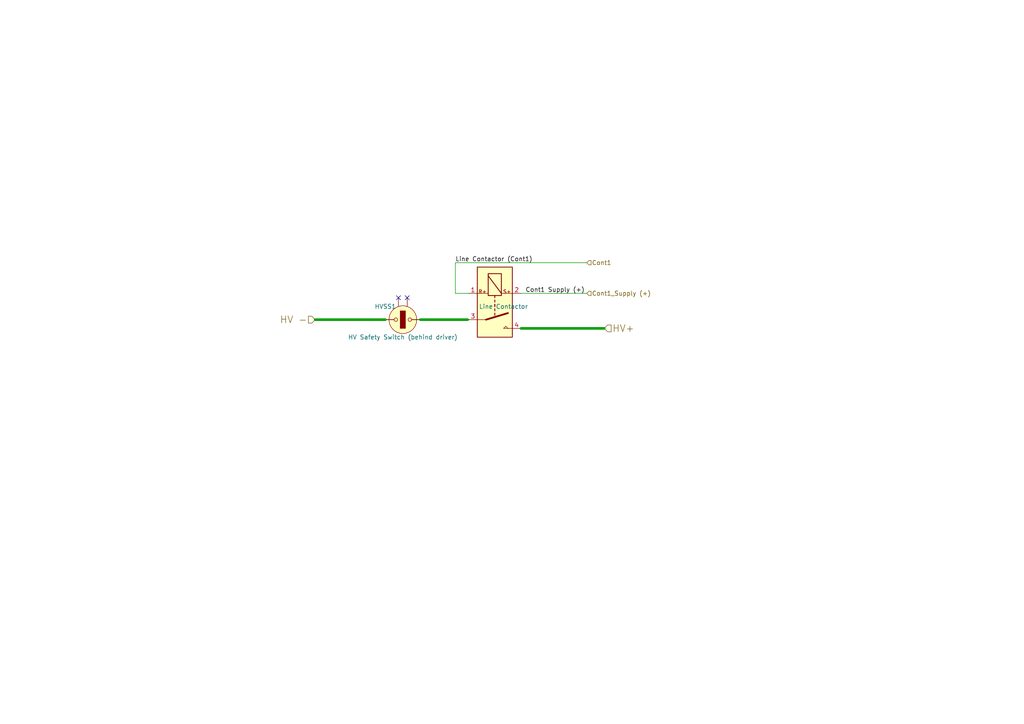
<source format=kicad_sch>
(kicad_sch (version 20230121) (generator eeschema)
  (paper "A4")
  (lib_symbols
    (symbol "ADW11_1"
      (property "Reference" "K?" (at 1.27 19.05 0))
      (property "Value" "Line Contactor" (at 3.81 0 0))
      (symbol "ADW11_1_1_1"
        (polyline (pts (xy -3.81 3.81) (xy -0.635 3.81)))
        (polyline (pts (xy -1.27 -3.81) (xy -3.81 -3.81)))
        (polyline (pts (xy -1.27 -3.81) (xy 5.08 -1.905)) (stroke (width 0.508)))
        (polyline (pts (xy -0.635 8.89) (xy 3.175 3.81)) (stroke (width 0.254)))
        (polyline (pts (xy 1.27 -1.905) (xy 1.27 -2.54)) (stroke (width 0.254)))
        (polyline (pts (xy 1.27 -0.635) (xy 1.27 -1.27)) (stroke (width 0.254)))
        (polyline (pts (xy 1.27 0.635) (xy 1.27 0)) (stroke (width 0.254)))
        (polyline (pts (xy 1.27 0.635) (xy 1.27 0)) (stroke (width 0.254)))
        (polyline (pts (xy 1.27 1.905) (xy 1.27 1.27)) (stroke (width 0.254)))
        (polyline (pts (xy 1.27 3.175) (xy 1.27 2.54)) (stroke (width 0.254)))
        (polyline (pts (xy 5.08 -6.35) (xy 6.35 -6.35)))
        (polyline (pts (xy 6.35 3.81) (xy 3.175 3.81)))
        (polyline (pts (xy 5.08 -6.35) (xy 3.81 -6.35) (xy 4.445 -5.715) (xy 5.08 -6.35)))
        (rectangle (start 3.175 9.525) (end -0.635 3.175) (stroke (width 0.254)))
        (rectangle (start 6.35 11.43) (end -3.81 -8.89) (stroke (width 0.254)) (fill (type background)))
        (text "R+" (at -2.286 4.318 0) (effects (font (size 1.016 1.016))))
        (text "S+" (at 4.826 4.318 0) (effects (font (size 1.016 1.016))))
        (pin passive line (at -6.35 3.81 0) (length 2.54) (name "~") (number "1"))
        (pin passive line (at 8.89 3.81 180) (length 2.54) (name "~") (number "2"))
        (pin passive line (at -6.35 -3.81 0) (length 2.54) (name "~") (number "3"))
        (pin passive line (at 8.89 -6.35 180) (length 2.54) (name "~") (number "4"))
      )
    )
    (symbol "Safety Switch_1" (pin_numbers hide) (pin_names (offset 1.016) hide)
      (property "Reference" "SW?" (at 0 -6.35 0))
      (property "Value" "HV Safety Switch (behind driver)" (at 1.27 7.62 0))
      (symbol "Safety Switch_1_0_1"
        (circle (center -2.032 0) (radius 0.508))
        (polyline (pts (xy -5.08 0) (xy -2.54 0)))
        (polyline (pts (xy 2.54 0) (xy 5.08 0)))
        (polyline (pts (xy -0.762 -2.54) (xy -0.762 2.54) (xy 0.762 2.54) (xy 0.762 -2.54) (xy -0.762 -2.54)) (fill (type outline)))
        (circle (center 0 0) (radius 4.0161) (fill (type background)))
        (circle (center 2.032 0) (radius 0.508))
        (pin passive line (at -5.08 0 0) (length 2.54) (name "A") (number "1"))
      )
      (symbol "Safety Switch_1_1_1"
        (pin output line (at -1.27 -6.35 90) (length 2.54) (name "") (number ""))
        (pin output line (at 1.27 -6.35 90) (length 2.54) (name "") (number ""))
        (pin passive line (at 5.08 0 180) (length 2.54) (name "B") (number "2"))
      )
    )
  )
  (no_connect (at 118.11 86.36))
  (no_connect (at 115.57 86.36))
  (wire (pts (xy 91.44 92.71) (xy 111.76 92.71)) (stroke (width 0.75)))
  (wire (pts (xy 132.08 85.09) (xy 135.89 85.09)))
  (wire (pts (xy 151.13 95.25) (xy 175.26 95.25)) (stroke (width 0.75)))
  (wire (pts (xy 121.92 92.71) (xy 135.636 92.71)) (stroke (width 0.75)))
  (wire (pts (xy 135.636 92.71) (xy 135.89 92.71)))
  (wire (pts (xy 151.13 85.09) (xy 170.18 85.09)))
  (wire (pts (xy 132.08 76.2) (xy 132.08 85.09)))
  (wire (pts (xy 132.08 76.2) (xy 170.18 76.2)))
  (label "Cont1 Supply (+)" (at 152.4 85.09 0))
  (label "Line Contactor (Cont1)" (at 132.08 76.2 0))
  (hierarchical_label "HV -" (shape input) (at 91.44 92.71 180) (effects (font (size 2 2))))
  (hierarchical_label "Cont1_Supply (+)" (shape input) (at 170.18 85.09 0))
  (hierarchical_label "HV+" (shape input) (at 175.26 95.25 0) (effects (font (size 2 2))))
  (hierarchical_label "Cont1" (shape input) (at 170.18 76.2 0))
  (symbol (lib_name "Safety Switch_1") (lib_id "CamachosSymbols:Safety Switch") (at 116.84 92.71 180) (unit 1)
    (property "Reference" "HVSS1" (at 111.76 88.9 0))
    (property "Value" "HV Safety Switch (behind driver)" (at 116.84 97.79 0))
    (instances (project "Car_TractiveSystem_v2" (path "" (reference "HVSS1") (unit 1)) (path "" (reference "HVSS2") (unit 1))))
  )
  (symbol (lib_name "ADW11_1") (lib_id "Relay:ADW11") (at 142.24 88.9 0) (unit 1)
    (property "Reference" "K1" (effects hide))
    (property "Value" "Line Contactor" (at 146.05 88.9 0))
    (property "Footprint" "Relay_THT:Relay_1P1T_NO_10x24x18.8mm_Panasonic_ADW11xxxxW_THT" (effects hide))
    (property "Datasheet" "https://www.panasonic-electric-works.com/pew/es/downloads/ds_dw_hl_en.pdf" (effects hide))
    (instances (project "Car_TractiveSystem_v2" (path "" (reference "K1") (unit 1)) (path "" (reference "K3") (unit 1))))
  )
)
</source>
